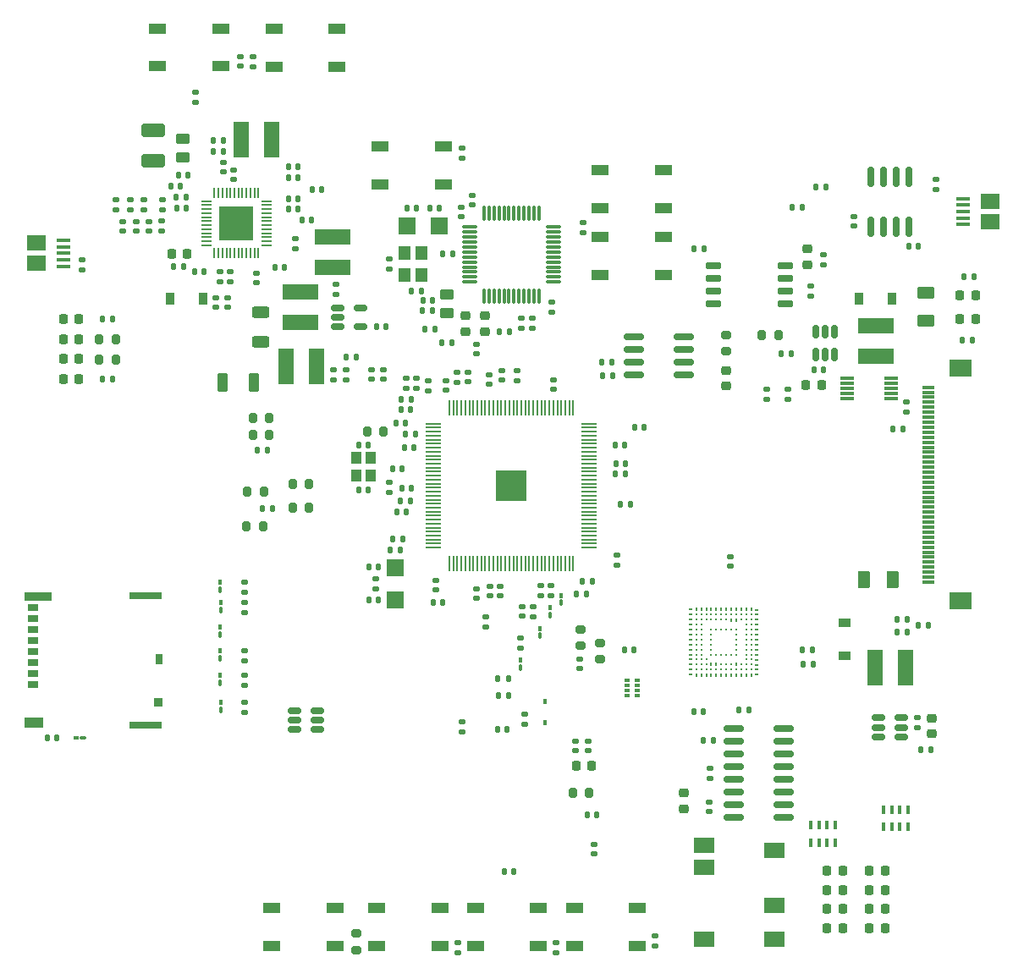
<source format=gtp>
G04 #@! TF.GenerationSoftware,KiCad,Pcbnew,(6.0.8)*
G04 #@! TF.CreationDate,2024-01-04T13:56:32-05:00*
G04 #@! TF.ProjectId,lb_mp1,6c625f6d-7031-42e6-9b69-6361645f7063,rev?*
G04 #@! TF.SameCoordinates,Original*
G04 #@! TF.FileFunction,Paste,Top*
G04 #@! TF.FilePolarity,Positive*
%FSLAX46Y46*%
G04 Gerber Fmt 4.6, Leading zero omitted, Abs format (unit mm)*
G04 Created by KiCad (PCBNEW (6.0.8)) date 2024-01-04 13:56:32*
%MOMM*%
%LPD*%
G01*
G04 APERTURE LIST*
G04 Aperture macros list*
%AMRoundRect*
0 Rectangle with rounded corners*
0 $1 Rounding radius*
0 $2 $3 $4 $5 $6 $7 $8 $9 X,Y pos of 4 corners*
0 Add a 4 corners polygon primitive as box body*
4,1,4,$2,$3,$4,$5,$6,$7,$8,$9,$2,$3,0*
0 Add four circle primitives for the rounded corners*
1,1,$1+$1,$2,$3*
1,1,$1+$1,$4,$5*
1,1,$1+$1,$6,$7*
1,1,$1+$1,$8,$9*
0 Add four rect primitives between the rounded corners*
20,1,$1+$1,$2,$3,$4,$5,0*
20,1,$1+$1,$4,$5,$6,$7,0*
20,1,$1+$1,$6,$7,$8,$9,0*
20,1,$1+$1,$8,$9,$2,$3,0*%
G04 Aperture macros list end*
%ADD10RoundRect,0.135000X-0.185000X0.135000X-0.185000X-0.135000X0.185000X-0.135000X0.185000X0.135000X0*%
%ADD11RoundRect,0.150000X-0.150000X0.825000X-0.150000X-0.825000X0.150000X-0.825000X0.150000X0.825000X0*%
%ADD12RoundRect,0.150000X0.825000X0.150000X-0.825000X0.150000X-0.825000X-0.150000X0.825000X-0.150000X0*%
%ADD13RoundRect,0.135000X0.185000X-0.135000X0.185000X0.135000X-0.185000X0.135000X-0.185000X-0.135000X0*%
%ADD14RoundRect,0.135000X0.135000X0.185000X-0.135000X0.185000X-0.135000X-0.185000X0.135000X-0.185000X0*%
%ADD15RoundRect,0.200000X-0.275000X0.200000X-0.275000X-0.200000X0.275000X-0.200000X0.275000X0.200000X0*%
%ADD16RoundRect,0.135000X-0.135000X-0.185000X0.135000X-0.185000X0.135000X0.185000X-0.135000X0.185000X0*%
%ADD17R,0.500000X0.320000*%
%ADD18RoundRect,0.140000X0.140000X0.170000X-0.140000X0.170000X-0.140000X-0.170000X0.140000X-0.170000X0*%
%ADD19R,1.700000X1.000000*%
%ADD20RoundRect,0.140000X0.170000X-0.140000X0.170000X0.140000X-0.170000X0.140000X-0.170000X-0.140000X0*%
%ADD21RoundRect,0.200000X0.275000X-0.200000X0.275000X0.200000X-0.275000X0.200000X-0.275000X-0.200000X0*%
%ADD22RoundRect,0.140000X-0.140000X-0.170000X0.140000X-0.170000X0.140000X0.170000X-0.140000X0.170000X0*%
%ADD23O,0.360000X0.150000*%
%ADD24O,0.150000X0.360000*%
%ADD25C,0.240000*%
%ADD26R,2.000000X1.500000*%
%ADD27RoundRect,0.250000X0.925000X-0.412500X0.925000X0.412500X-0.925000X0.412500X-0.925000X-0.412500X0*%
%ADD28RoundRect,0.218750X-0.218750X-0.256250X0.218750X-0.256250X0.218750X0.256250X-0.218750X0.256250X0*%
%ADD29RoundRect,0.200000X-0.200000X-0.275000X0.200000X-0.275000X0.200000X0.275000X-0.200000X0.275000X0*%
%ADD30RoundRect,0.100000X0.100000X-0.150000X0.100000X0.150000X-0.100000X0.150000X-0.100000X-0.150000X0*%
%ADD31RoundRect,0.100000X0.100000X-0.208500X0.100000X0.208500X-0.100000X0.208500X-0.100000X-0.208500X0*%
%ADD32RoundRect,0.140000X-0.170000X0.140000X-0.170000X-0.140000X0.170000X-0.140000X0.170000X0.140000X0*%
%ADD33R,1.300000X0.300000*%
%ADD34R,2.200000X1.800000*%
%ADD35R,1.400000X0.300000*%
%ADD36R,3.600000X1.500000*%
%ADD37RoundRect,0.218750X0.218750X0.256250X-0.218750X0.256250X-0.218750X-0.256250X0.218750X-0.256250X0*%
%ADD38R,1.350000X0.400000*%
%ADD39R,1.900000X1.500000*%
%ADD40R,1.750000X1.800000*%
%ADD41R,0.900000X1.200000*%
%ADD42R,1.100000X0.700000*%
%ADD43R,0.930000X0.900000*%
%ADD44R,0.780000X1.050000*%
%ADD45R,1.830000X1.140000*%
%ADD46R,2.800000X0.860000*%
%ADD47R,3.330000X0.700000*%
%ADD48R,1.000000X0.200000*%
%ADD49R,0.200000X1.000000*%
%ADD50RoundRect,0.250000X-0.625000X0.312500X-0.625000X-0.312500X0.625000X-0.312500X0.625000X0.312500X0*%
%ADD51R,1.500000X3.600000*%
%ADD52RoundRect,0.150000X0.512500X0.150000X-0.512500X0.150000X-0.512500X-0.150000X0.512500X-0.150000X0*%
%ADD53RoundRect,0.150000X-0.650000X-0.150000X0.650000X-0.150000X0.650000X0.150000X-0.650000X0.150000X0*%
%ADD54R,1.200000X1.400000*%
%ADD55RoundRect,0.200000X0.200000X0.275000X-0.200000X0.275000X-0.200000X-0.275000X0.200000X-0.275000X0*%
%ADD56RoundRect,0.225000X-0.250000X0.225000X-0.250000X-0.225000X0.250000X-0.225000X0.250000X0.225000X0*%
%ADD57RoundRect,0.100000X0.150000X0.100000X-0.150000X0.100000X-0.150000X-0.100000X0.150000X-0.100000X0*%
%ADD58RoundRect,0.100000X0.208500X0.100000X-0.208500X0.100000X-0.208500X-0.100000X0.208500X-0.100000X0*%
%ADD59RoundRect,0.075000X-0.662500X-0.075000X0.662500X-0.075000X0.662500X0.075000X-0.662500X0.075000X0*%
%ADD60RoundRect,0.075000X-0.075000X-0.662500X0.075000X-0.662500X0.075000X0.662500X-0.075000X0.662500X0*%
%ADD61RoundRect,0.225000X0.225000X0.250000X-0.225000X0.250000X-0.225000X-0.250000X0.225000X-0.250000X0*%
%ADD62RoundRect,0.225000X0.250000X-0.225000X0.250000X0.225000X-0.250000X0.225000X-0.250000X-0.225000X0*%
%ADD63RoundRect,0.250000X-0.275000X-0.700000X0.275000X-0.700000X0.275000X0.700000X-0.275000X0.700000X0*%
%ADD64RoundRect,0.218750X0.256250X-0.218750X0.256250X0.218750X-0.256250X0.218750X-0.256250X-0.218750X0*%
%ADD65RoundRect,0.150000X-0.150000X0.512500X-0.150000X-0.512500X0.150000X-0.512500X0.150000X0.512500X0*%
%ADD66RoundRect,0.250000X-0.450000X0.262500X-0.450000X-0.262500X0.450000X-0.262500X0.450000X0.262500X0*%
%ADD67RoundRect,0.150000X-0.512500X-0.150000X0.512500X-0.150000X0.512500X0.150000X-0.512500X0.150000X0*%
%ADD68R,0.450000X0.600000*%
%ADD69R,0.400000X0.900000*%
%ADD70R,1.800000X1.750000*%
%ADD71RoundRect,0.250000X0.375000X0.625000X-0.375000X0.625000X-0.375000X-0.625000X0.375000X-0.625000X0*%
%ADD72R,1.000000X1.150000*%
%ADD73R,1.200000X0.900000*%
%ADD74RoundRect,0.250000X0.625000X-0.375000X0.625000X0.375000X-0.625000X0.375000X-0.625000X-0.375000X0*%
%ADD75R,1.600000X0.247500*%
%ADD76R,0.247500X1.600000*%
G04 APERTURE END LIST*
G36*
X123640000Y-72090000D02*
G01*
X120240000Y-72090000D01*
X120240000Y-68690000D01*
X123640000Y-68690000D01*
X123640000Y-72090000D01*
G37*
G36*
X150940000Y-98160000D02*
G01*
X147940000Y-98160000D01*
X147940000Y-95160000D01*
X150940000Y-95160000D01*
X150940000Y-98160000D01*
G37*
D10*
X153950000Y-142400000D03*
X153950000Y-143420000D03*
D11*
X189185000Y-65765000D03*
X187915000Y-65765000D03*
X186645000Y-65765000D03*
X185375000Y-65765000D03*
X185375000Y-70715000D03*
X186645000Y-70715000D03*
X187915000Y-70715000D03*
X189185000Y-70715000D03*
D12*
X166655000Y-85575000D03*
X166655000Y-84305000D03*
X166655000Y-83035000D03*
X166655000Y-81765000D03*
X161705000Y-81765000D03*
X161705000Y-83035000D03*
X161705000Y-84305000D03*
X161705000Y-85575000D03*
D10*
X150800000Y-119490000D03*
X150800000Y-120510000D03*
D13*
X144510000Y-63900000D03*
X144510000Y-62880000D03*
D14*
X159530000Y-84310000D03*
X158510000Y-84310000D03*
D15*
X158300000Y-112375000D03*
X158300000Y-114025000D03*
D10*
X106500000Y-74090000D03*
X106500000Y-75110000D03*
D16*
X194510000Y-82100000D03*
X195530000Y-82100000D03*
D17*
X162020000Y-117630000D03*
X162020000Y-117130000D03*
X162020000Y-116630000D03*
X162020000Y-116130000D03*
X161020000Y-116130000D03*
X161020000Y-116630000D03*
X161020000Y-117130000D03*
X161020000Y-117630000D03*
D18*
X120600000Y-62110000D03*
X119640000Y-62110000D03*
D19*
X114060000Y-54700000D03*
X120360000Y-54700000D03*
X114060000Y-50900000D03*
X120360000Y-50900000D03*
D20*
X144020000Y-86310000D03*
X144020000Y-85350000D03*
D21*
X156340000Y-112685000D03*
X156340000Y-111035000D03*
D18*
X138510000Y-94950000D03*
X137550000Y-94950000D03*
D12*
X176655000Y-129835000D03*
X176655000Y-128565000D03*
X176655000Y-127295000D03*
X176655000Y-126025000D03*
X176655000Y-124755000D03*
X176655000Y-123485000D03*
X176655000Y-122215000D03*
X176655000Y-120945000D03*
X171705000Y-120945000D03*
X171705000Y-122215000D03*
X171705000Y-123485000D03*
X171705000Y-124755000D03*
X171705000Y-126025000D03*
X171705000Y-127295000D03*
X171705000Y-128565000D03*
X171705000Y-129835000D03*
D22*
X116130000Y-65590000D03*
X117090000Y-65590000D03*
D23*
X167380000Y-115560000D03*
X167380000Y-115060000D03*
X167380000Y-114560000D03*
X167380000Y-114060000D03*
X167380000Y-113560000D03*
X167380000Y-113060000D03*
X167380000Y-112560000D03*
X167380000Y-112060000D03*
X167380000Y-111560000D03*
X167380000Y-111060000D03*
X167380000Y-110560000D03*
X167380000Y-110060000D03*
X167380000Y-109560000D03*
X167380000Y-109060000D03*
D24*
X167940000Y-115620000D03*
D25*
X167940000Y-115060000D03*
X167940000Y-114560000D03*
X167940000Y-114060000D03*
X167940000Y-113560000D03*
X167940000Y-113060000D03*
X167940000Y-112560000D03*
X167940000Y-112060000D03*
X167940000Y-111560000D03*
X167940000Y-111060000D03*
X167940000Y-110560000D03*
X167940000Y-110060000D03*
X167940000Y-109560000D03*
D24*
X167940000Y-109000000D03*
X168440000Y-115620000D03*
D25*
X168440000Y-115060000D03*
X168440000Y-114560000D03*
X168440000Y-114060000D03*
X168440000Y-113560000D03*
X168440000Y-113060000D03*
X168440000Y-112560000D03*
X168440000Y-112060000D03*
X168440000Y-111560000D03*
X168440000Y-111060000D03*
X168440000Y-110560000D03*
X168440000Y-110060000D03*
X168440000Y-109560000D03*
D24*
X168440000Y-109000000D03*
X168940000Y-115620000D03*
D25*
X168940000Y-115060000D03*
X168940000Y-114560000D03*
X168940000Y-114060000D03*
X168940000Y-110060000D03*
X168940000Y-109560000D03*
D24*
X168940000Y-109000000D03*
X169440000Y-115620000D03*
D25*
X169440000Y-115060000D03*
D24*
X169440000Y-114500000D03*
D25*
X169440000Y-113560000D03*
X169440000Y-113060000D03*
X169440000Y-112560000D03*
X169440000Y-112060000D03*
X169440000Y-111560000D03*
X169440000Y-111060000D03*
X169440000Y-110060000D03*
X169440000Y-109560000D03*
D24*
X169440000Y-109000000D03*
X169940000Y-115620000D03*
D25*
X169940000Y-115060000D03*
D24*
X169940000Y-114500000D03*
D25*
X169940000Y-113560000D03*
X169940000Y-111060000D03*
X169940000Y-110060000D03*
X169940000Y-109560000D03*
D24*
X169940000Y-109000000D03*
X170440000Y-115620000D03*
D25*
X170440000Y-115060000D03*
X170440000Y-114560000D03*
X170440000Y-113560000D03*
X170440000Y-111060000D03*
X170440000Y-110060000D03*
X170440000Y-109560000D03*
D24*
X170440000Y-109000000D03*
X170940000Y-115620000D03*
D25*
X170940000Y-115060000D03*
X170940000Y-114560000D03*
X170940000Y-113560000D03*
X170940000Y-111060000D03*
X170940000Y-110060000D03*
X170940000Y-109560000D03*
D24*
X170940000Y-109000000D03*
X171440000Y-115620000D03*
D25*
X171440000Y-115060000D03*
X171440000Y-114560000D03*
X171440000Y-113560000D03*
X171440000Y-111060000D03*
D24*
X171440000Y-110120000D03*
D25*
X171440000Y-109560000D03*
D24*
X171440000Y-109000000D03*
X171940000Y-115620000D03*
D25*
X171940000Y-115060000D03*
D24*
X171940000Y-114500000D03*
D25*
X171940000Y-113560000D03*
X171940000Y-113060000D03*
X171940000Y-112560000D03*
X171940000Y-112060000D03*
X171940000Y-111560000D03*
X171940000Y-111060000D03*
D24*
X171940000Y-110120000D03*
D25*
X171940000Y-109560000D03*
D24*
X171940000Y-109000000D03*
X172440000Y-115620000D03*
D25*
X172440000Y-115060000D03*
X172440000Y-114560000D03*
X172440000Y-110060000D03*
X172440000Y-109560000D03*
D24*
X172440000Y-109000000D03*
X172940000Y-115620000D03*
D25*
X172940000Y-115060000D03*
X172940000Y-114560000D03*
X172940000Y-114060000D03*
X172940000Y-113560000D03*
X172940000Y-113060000D03*
X172940000Y-112560000D03*
X172940000Y-112060000D03*
X172940000Y-111560000D03*
X172940000Y-111060000D03*
X172940000Y-110560000D03*
X172940000Y-110060000D03*
X172940000Y-109560000D03*
D24*
X172940000Y-109000000D03*
X173440000Y-115620000D03*
D25*
X173440000Y-115060000D03*
X173440000Y-114560000D03*
X173440000Y-114060000D03*
X173440000Y-113560000D03*
X173440000Y-113060000D03*
X173440000Y-112560000D03*
X173440000Y-112060000D03*
X173440000Y-111560000D03*
X173440000Y-111060000D03*
X173440000Y-110560000D03*
X173440000Y-110060000D03*
X173440000Y-109560000D03*
D24*
X173440000Y-109000000D03*
D23*
X174000000Y-115570000D03*
X174000000Y-115070000D03*
X174000000Y-114570000D03*
X174000000Y-114070000D03*
X174000000Y-113570000D03*
X174000000Y-113070000D03*
X174000000Y-112570000D03*
X174000000Y-112070000D03*
X174000000Y-111570000D03*
X174000000Y-111070000D03*
X174000000Y-110570000D03*
X174000000Y-110070000D03*
X174000000Y-109570000D03*
X174000000Y-109070000D03*
D18*
X139820000Y-91460000D03*
X138860000Y-91460000D03*
D13*
X153390000Y-107660000D03*
X153390000Y-106640000D03*
D16*
X132950000Y-83830000D03*
X133970000Y-83830000D03*
D22*
X140590000Y-78150000D03*
X141550000Y-78150000D03*
D16*
X142550000Y-73460000D03*
X143570000Y-73460000D03*
D26*
X175730000Y-142015000D03*
X168730000Y-142015000D03*
X175730000Y-138615000D03*
X168730000Y-134815000D03*
X168730000Y-132615000D03*
X175730000Y-133115000D03*
D18*
X159560000Y-85640000D03*
X158600000Y-85640000D03*
X120600000Y-63240000D03*
X119640000Y-63240000D03*
D21*
X170950000Y-83225000D03*
X170950000Y-81575000D03*
D20*
X169250000Y-129260000D03*
X169250000Y-128300000D03*
D18*
X139330000Y-98190000D03*
X138370000Y-98190000D03*
D22*
X135940000Y-80760000D03*
X136900000Y-80760000D03*
D27*
X113600000Y-64137500D03*
X113600000Y-61062500D03*
D16*
X140760000Y-81000000D03*
X141780000Y-81000000D03*
D28*
X185252500Y-135193334D03*
X186827500Y-135193334D03*
D14*
X143520000Y-82370000D03*
X142500000Y-82370000D03*
D29*
X123045000Y-97230000D03*
X124695000Y-97230000D03*
D13*
X146860000Y-110800000D03*
X146860000Y-109780000D03*
D29*
X108225000Y-84010000D03*
X109875000Y-84010000D03*
D20*
X135470000Y-86030000D03*
X135470000Y-85070000D03*
X111900000Y-71180000D03*
X111900000Y-70220000D03*
D18*
X142580000Y-108330000D03*
X141620000Y-108330000D03*
D30*
X154440000Y-107640000D03*
D31*
X154440000Y-108388500D03*
D32*
X145940000Y-106990000D03*
X145940000Y-107950000D03*
D20*
X189000000Y-89270000D03*
X189000000Y-88310000D03*
X145960000Y-83460000D03*
X145960000Y-82500000D03*
D18*
X118720000Y-75260000D03*
X117760000Y-75260000D03*
D32*
X122340000Y-53730000D03*
X122340000Y-54690000D03*
D18*
X139720000Y-92860000D03*
X138760000Y-92860000D03*
D10*
X177150000Y-87040000D03*
X177150000Y-88060000D03*
D33*
X191140000Y-106310000D03*
X191140000Y-105810000D03*
X191140000Y-105310000D03*
X191140000Y-104810000D03*
X191140000Y-104310000D03*
X191140000Y-103810000D03*
X191140000Y-103310000D03*
X191140000Y-102810000D03*
X191140000Y-102310000D03*
X191140000Y-101810000D03*
X191140000Y-101310000D03*
X191140000Y-100810000D03*
X191140000Y-100310000D03*
X191140000Y-99810000D03*
X191140000Y-99310000D03*
X191140000Y-98810000D03*
X191140000Y-98310000D03*
X191140000Y-97810000D03*
X191140000Y-97310000D03*
X191140000Y-96810000D03*
X191140000Y-96310000D03*
X191140000Y-95810000D03*
X191140000Y-95310000D03*
X191140000Y-94810000D03*
X191140000Y-94310000D03*
X191140000Y-93810000D03*
X191140000Y-93310000D03*
X191140000Y-92810000D03*
X191140000Y-92310000D03*
X191140000Y-91810000D03*
X191140000Y-91310000D03*
X191140000Y-90810000D03*
X191140000Y-90310000D03*
X191140000Y-89810000D03*
X191140000Y-89310000D03*
X191140000Y-88810000D03*
X191140000Y-88310000D03*
X191140000Y-87810000D03*
X191140000Y-87310000D03*
X191140000Y-86810000D03*
D34*
X194390000Y-84910000D03*
X194390000Y-108210000D03*
D35*
X187400000Y-87900000D03*
X187400000Y-87400000D03*
X187400000Y-86900000D03*
X187400000Y-86400000D03*
X187400000Y-85900000D03*
X183000000Y-85900000D03*
X183000000Y-86400000D03*
X183000000Y-86900000D03*
X183000000Y-87400000D03*
X183000000Y-87900000D03*
D10*
X123640000Y-53700000D03*
X123640000Y-54720000D03*
D22*
X127130000Y-69000000D03*
X128090000Y-69000000D03*
D19*
X162060000Y-142750000D03*
X155760000Y-142750000D03*
X162060000Y-138950000D03*
X155760000Y-138950000D03*
D14*
X139400000Y-87990000D03*
X138380000Y-87990000D03*
D36*
X128320000Y-77245000D03*
X128320000Y-80295000D03*
D37*
X182597500Y-139020000D03*
X181022500Y-139020000D03*
D20*
X150040000Y-86140000D03*
X150040000Y-85180000D03*
X120640000Y-65240000D03*
X120640000Y-64280000D03*
D28*
X185252500Y-139020000D03*
X186827500Y-139020000D03*
D10*
X150440000Y-79870000D03*
X150440000Y-80890000D03*
D38*
X104662500Y-72100000D03*
X104662500Y-72750000D03*
X104662500Y-73400000D03*
X104662500Y-74050000D03*
X104662500Y-74700000D03*
D39*
X101962500Y-74400000D03*
X101962500Y-72400000D03*
D40*
X138995000Y-70690000D03*
X142245000Y-70690000D03*
D10*
X151520000Y-79880000D03*
X151520000Y-80900000D03*
D20*
X111290000Y-69040000D03*
X111290000Y-68080000D03*
D32*
X157700000Y-132520000D03*
X157700000Y-133480000D03*
D36*
X131550000Y-71795000D03*
X131550000Y-74845000D03*
D18*
X130500000Y-67000000D03*
X129540000Y-67000000D03*
D28*
X194322500Y-77580000D03*
X195897500Y-77580000D03*
D41*
X187490000Y-77960000D03*
X184190000Y-77960000D03*
D20*
X136650000Y-86020000D03*
X136650000Y-85060000D03*
D42*
X101625000Y-116520000D03*
X101625000Y-115420000D03*
X101625000Y-114320000D03*
X101625000Y-113220000D03*
X101625000Y-112120000D03*
X101625000Y-111020000D03*
X101625000Y-109920000D03*
X101625000Y-108820000D03*
D43*
X114090000Y-118310000D03*
D44*
X114165000Y-114045000D03*
D45*
X101640000Y-120400000D03*
D46*
X102125000Y-107740000D03*
D47*
X112890000Y-120620000D03*
X112890000Y-107660000D03*
D38*
X194647500Y-70530000D03*
X194647500Y-69880000D03*
X194647500Y-69230000D03*
X194647500Y-68580000D03*
X194647500Y-67930000D03*
D39*
X197347500Y-68230000D03*
X197347500Y-70230000D03*
D20*
X141900000Y-107080000D03*
X141900000Y-106120000D03*
D18*
X138570000Y-102000000D03*
X137610000Y-102000000D03*
D30*
X153310000Y-108850000D03*
D31*
X153310000Y-109598500D03*
D30*
X152340000Y-110940000D03*
D31*
X152340000Y-111688500D03*
D32*
X121080000Y-77870000D03*
X121080000Y-78830000D03*
D22*
X140560000Y-79130000D03*
X141520000Y-79130000D03*
D48*
X124940000Y-72590000D03*
X124940000Y-72190000D03*
X124940000Y-71790000D03*
X124940000Y-71390000D03*
X124940000Y-70990000D03*
X124940000Y-70590000D03*
X124940000Y-70190000D03*
X124940000Y-69790000D03*
X124940000Y-69390000D03*
X124940000Y-68990000D03*
X124940000Y-68590000D03*
X124940000Y-68190000D03*
D49*
X124140000Y-67390000D03*
X123740000Y-67390000D03*
X123340000Y-67390000D03*
X122940000Y-67390000D03*
X122540000Y-67390000D03*
X122140000Y-67390000D03*
X121740000Y-67390000D03*
X121340000Y-67390000D03*
X120940000Y-67390000D03*
X120540000Y-67390000D03*
X120140000Y-67390000D03*
X119740000Y-67390000D03*
D48*
X118940000Y-68190000D03*
X118940000Y-68590000D03*
X118940000Y-68990000D03*
X118940000Y-69390000D03*
X118940000Y-69790000D03*
X118940000Y-70190000D03*
X118940000Y-70590000D03*
X118940000Y-70990000D03*
X118940000Y-71390000D03*
X118940000Y-71790000D03*
X118940000Y-72190000D03*
X118940000Y-72590000D03*
D49*
X119740000Y-73390000D03*
X120140000Y-73390000D03*
X120540000Y-73390000D03*
X120940000Y-73390000D03*
X121340000Y-73390000D03*
X121740000Y-73390000D03*
X122140000Y-73390000D03*
X122540000Y-73390000D03*
X122940000Y-73390000D03*
X123340000Y-73390000D03*
X123740000Y-73390000D03*
X124140000Y-73390000D03*
D19*
X136320000Y-62680000D03*
X142620000Y-62680000D03*
X136320000Y-66480000D03*
X142620000Y-66480000D03*
D32*
X150520000Y-108770000D03*
X150520000Y-109730000D03*
D22*
X134190000Y-92570000D03*
X135150000Y-92570000D03*
D32*
X137230000Y-73990000D03*
X137230000Y-74950000D03*
X137200000Y-96350000D03*
X137200000Y-97310000D03*
D50*
X124330000Y-79307500D03*
X124330000Y-82232500D03*
D28*
X104612500Y-82000000D03*
X106187500Y-82000000D03*
D18*
X126720000Y-74860000D03*
X125760000Y-74860000D03*
D10*
X163820000Y-141720000D03*
X163820000Y-142740000D03*
X117840000Y-57250000D03*
X117840000Y-58270000D03*
D51*
X126885000Y-84760000D03*
X129935000Y-84760000D03*
D16*
X148130000Y-117700000D03*
X149150000Y-117700000D03*
D20*
X147240000Y-86540000D03*
X147240000Y-85580000D03*
D30*
X120340000Y-106340000D03*
D31*
X120340000Y-107088500D03*
D28*
X104612500Y-80000000D03*
X106187500Y-80000000D03*
D22*
X159840000Y-92580000D03*
X160800000Y-92580000D03*
D13*
X132890000Y-86070000D03*
X132890000Y-85050000D03*
D14*
X191140000Y-110610000D03*
X190120000Y-110610000D03*
D13*
X159990000Y-104620000D03*
X159990000Y-103600000D03*
X156590000Y-71320000D03*
X156590000Y-70300000D03*
D36*
X185940000Y-83710000D03*
X185940000Y-80660000D03*
D22*
X127130000Y-67980000D03*
X128090000Y-67980000D03*
D13*
X191920000Y-67050000D03*
X191920000Y-66030000D03*
D20*
X141140000Y-87150000D03*
X141140000Y-86190000D03*
D22*
X155960000Y-107460000D03*
X156920000Y-107460000D03*
D32*
X114490000Y-70190000D03*
X114490000Y-71150000D03*
X139940000Y-85950000D03*
X139940000Y-86910000D03*
D52*
X130037500Y-121050000D03*
X130037500Y-120100000D03*
X130037500Y-119150000D03*
X127762500Y-119150000D03*
X127762500Y-120100000D03*
X127762500Y-121050000D03*
D13*
X122720000Y-119390000D03*
X122720000Y-118370000D03*
D14*
X177450000Y-83485000D03*
X176430000Y-83485000D03*
D32*
X148330000Y-106720000D03*
X148330000Y-107680000D03*
D53*
X169680000Y-74645000D03*
X169680000Y-75915000D03*
X169680000Y-77185000D03*
X169680000Y-78455000D03*
X176880000Y-78455000D03*
X176880000Y-77185000D03*
X176880000Y-75915000D03*
X176880000Y-74645000D03*
D37*
X182597500Y-140910000D03*
X181022500Y-140910000D03*
D54*
X138730000Y-73390000D03*
X138730000Y-75590000D03*
X140430000Y-75590000D03*
X140430000Y-73390000D03*
D19*
X158350000Y-71800000D03*
X164650000Y-71800000D03*
X164650000Y-75600000D03*
X158350000Y-75600000D03*
X125500000Y-142700000D03*
X131800000Y-142700000D03*
X125500000Y-138900000D03*
X131800000Y-138900000D03*
D29*
X127575000Y-98900000D03*
X129225000Y-98900000D03*
D30*
X120335000Y-115635000D03*
D31*
X120335000Y-116383500D03*
D22*
X161760000Y-90860000D03*
X162720000Y-90860000D03*
D16*
X167730000Y-72980000D03*
X168750000Y-72980000D03*
D10*
X150360000Y-111930000D03*
X150360000Y-112950000D03*
D19*
X145870000Y-142740000D03*
X152170000Y-142740000D03*
X145870000Y-138940000D03*
X152170000Y-138940000D03*
D55*
X125225000Y-91600000D03*
X123575000Y-91600000D03*
D18*
X142240000Y-68880000D03*
X141280000Y-68880000D03*
D16*
X190440000Y-123060000D03*
X191460000Y-123060000D03*
D55*
X157225000Y-127400000D03*
X155575000Y-127400000D03*
D22*
X139000000Y-68860000D03*
X139960000Y-68860000D03*
D56*
X191500000Y-119925000D03*
X191500000Y-121475000D03*
D13*
X122740000Y-109370000D03*
X122740000Y-108350000D03*
D30*
X120355000Y-108365000D03*
D31*
X120355000Y-109113500D03*
D22*
X159860000Y-95460000D03*
X160820000Y-95460000D03*
D32*
X145570000Y-67630000D03*
X145570000Y-68590000D03*
D22*
X156550000Y-106220000D03*
X157510000Y-106220000D03*
D57*
X105865000Y-121885000D03*
D58*
X106613500Y-121885000D03*
D59*
X145297500Y-70780000D03*
X145297500Y-71280000D03*
X145297500Y-71780000D03*
X145297500Y-72280000D03*
X145297500Y-72780000D03*
X145297500Y-73280000D03*
X145297500Y-73780000D03*
X145297500Y-74280000D03*
X145297500Y-74780000D03*
X145297500Y-75280000D03*
X145297500Y-75780000D03*
X145297500Y-76280000D03*
D60*
X146710000Y-77692500D03*
X147210000Y-77692500D03*
X147710000Y-77692500D03*
X148210000Y-77692500D03*
X148710000Y-77692500D03*
X149210000Y-77692500D03*
X149710000Y-77692500D03*
X150210000Y-77692500D03*
X150710000Y-77692500D03*
X151210000Y-77692500D03*
X151710000Y-77692500D03*
X152210000Y-77692500D03*
D59*
X153622500Y-76280000D03*
X153622500Y-75780000D03*
X153622500Y-75280000D03*
X153622500Y-74780000D03*
X153622500Y-74280000D03*
X153622500Y-73780000D03*
X153622500Y-73280000D03*
X153622500Y-72780000D03*
X153622500Y-72280000D03*
X153622500Y-71780000D03*
X153622500Y-71280000D03*
X153622500Y-70780000D03*
D60*
X152210000Y-69367500D03*
X151710000Y-69367500D03*
X151210000Y-69367500D03*
X150710000Y-69367500D03*
X150210000Y-69367500D03*
X149710000Y-69367500D03*
X149210000Y-69367500D03*
X148710000Y-69367500D03*
X148210000Y-69367500D03*
X147710000Y-69367500D03*
X147210000Y-69367500D03*
X146710000Y-69367500D03*
D61*
X157475000Y-124700000D03*
X155925000Y-124700000D03*
D16*
X194700000Y-75750000D03*
X195720000Y-75750000D03*
D32*
X151630000Y-108790000D03*
X151630000Y-109750000D03*
D28*
X185252500Y-140903334D03*
X186827500Y-140903334D03*
D20*
X155900000Y-123180000D03*
X155900000Y-122220000D03*
D13*
X122740000Y-107370000D03*
X122740000Y-106350000D03*
D14*
X189040000Y-110010000D03*
X188020000Y-110010000D03*
D62*
X179042500Y-74525000D03*
X179042500Y-72975000D03*
X166720000Y-128975000D03*
X166720000Y-127425000D03*
D10*
X144070000Y-142380000D03*
X144070000Y-143400000D03*
D13*
X122730000Y-116650000D03*
X122730000Y-115630000D03*
D22*
X124560000Y-98940000D03*
X125520000Y-98940000D03*
D63*
X120525000Y-86300000D03*
X123675000Y-86300000D03*
D37*
X182597500Y-135190000D03*
X181022500Y-135190000D03*
D32*
X121640000Y-65080000D03*
X121640000Y-66040000D03*
D64*
X170950000Y-86697500D03*
X170950000Y-85122500D03*
D18*
X116320000Y-66660000D03*
X115360000Y-66660000D03*
D29*
X108225000Y-82000000D03*
X109875000Y-82000000D03*
D64*
X144830000Y-81257500D03*
X144830000Y-79682500D03*
D65*
X181790000Y-81247500D03*
X180840000Y-81247500D03*
X179890000Y-81247500D03*
X179890000Y-83522500D03*
X180840000Y-83522500D03*
X181790000Y-83522500D03*
D22*
X115960000Y-68860000D03*
X116920000Y-68860000D03*
X178590000Y-113070000D03*
X179550000Y-113070000D03*
D20*
X114540000Y-69040000D03*
X114540000Y-68080000D03*
D30*
X120330000Y-113180000D03*
D31*
X120330000Y-113928500D03*
D55*
X176165000Y-81585000D03*
X174515000Y-81585000D03*
D20*
X112720000Y-69040000D03*
X112720000Y-68080000D03*
D51*
X188855000Y-114880000D03*
X185805000Y-114880000D03*
D16*
X148200000Y-81260000D03*
X149220000Y-81260000D03*
D66*
X143020000Y-77537500D03*
X143020000Y-79362500D03*
D14*
X173200000Y-119140000D03*
X172180000Y-119140000D03*
D18*
X116620000Y-74760000D03*
X115660000Y-74760000D03*
D20*
X131680000Y-86060000D03*
X131680000Y-85100000D03*
D67*
X186182500Y-119900000D03*
X186182500Y-120850000D03*
X186182500Y-121800000D03*
X188457500Y-121800000D03*
X188457500Y-120850000D03*
X188457500Y-119900000D03*
D68*
X152800000Y-118250000D03*
X152800000Y-120350000D03*
D18*
X180680000Y-85100000D03*
X179720000Y-85100000D03*
D69*
X181820000Y-130650000D03*
X181020000Y-130650000D03*
X180220000Y-130650000D03*
X179420000Y-130650000D03*
X179420000Y-132350000D03*
X180220000Y-132350000D03*
X181020000Y-132350000D03*
X181820000Y-132350000D03*
D22*
X157020000Y-129600000D03*
X157980000Y-129600000D03*
D18*
X190140000Y-72660000D03*
X189180000Y-72660000D03*
D10*
X131890000Y-76500000D03*
X131890000Y-77520000D03*
D30*
X150345000Y-114115000D03*
D31*
X150345000Y-114863500D03*
D20*
X119880000Y-78830000D03*
X119880000Y-77870000D03*
D14*
X116950000Y-67760000D03*
X115930000Y-67760000D03*
D67*
X132102500Y-78850000D03*
X132102500Y-79800000D03*
X132102500Y-80750000D03*
X134377500Y-80750000D03*
X134377500Y-78850000D03*
D14*
X180900000Y-66760000D03*
X179880000Y-66760000D03*
D69*
X189100000Y-129080000D03*
X188300000Y-129080000D03*
X187500000Y-129080000D03*
X186700000Y-129080000D03*
X186700000Y-130780000D03*
X187500000Y-130780000D03*
X188300000Y-130780000D03*
X189100000Y-130780000D03*
D20*
X183690000Y-70680000D03*
X183690000Y-69720000D03*
D16*
X168650000Y-122150000D03*
X169670000Y-122150000D03*
D64*
X146790000Y-81257500D03*
X146790000Y-79682500D03*
D22*
X148050000Y-121030000D03*
X149010000Y-121030000D03*
D20*
X156300000Y-114980000D03*
X156300000Y-114020000D03*
D13*
X135840000Y-106970000D03*
X135840000Y-105950000D03*
D18*
X104000000Y-121900000D03*
X103040000Y-121900000D03*
D15*
X133890000Y-141475000D03*
X133890000Y-143125000D03*
D66*
X116540000Y-61947500D03*
X116540000Y-63772500D03*
D18*
X138930000Y-99270000D03*
X137970000Y-99270000D03*
X139470000Y-96900000D03*
X138510000Y-96900000D03*
D22*
X128510000Y-70070000D03*
X129470000Y-70070000D03*
D18*
X139390000Y-89030000D03*
X138430000Y-89030000D03*
D70*
X137840000Y-104835000D03*
X137840000Y-108085000D03*
D14*
X189040000Y-111310000D03*
X188020000Y-111310000D03*
D22*
X160360000Y-98560000D03*
X161320000Y-98560000D03*
X124050000Y-93120000D03*
X125010000Y-93120000D03*
D20*
X153640000Y-87040000D03*
X153640000Y-86080000D03*
D37*
X182597500Y-137120000D03*
X181022500Y-137120000D03*
D28*
X104612500Y-86000000D03*
X106187500Y-86000000D03*
D18*
X161710000Y-113050000D03*
X160750000Y-113050000D03*
D32*
X144500000Y-120320000D03*
X144500000Y-121280000D03*
D13*
X122740000Y-114190000D03*
X122740000Y-113170000D03*
D32*
X144400000Y-68790000D03*
X144400000Y-69750000D03*
D19*
X131990000Y-54710000D03*
X125690000Y-54710000D03*
X131990000Y-50910000D03*
X125690000Y-50910000D03*
D20*
X148480000Y-86100000D03*
X148480000Y-85140000D03*
D29*
X122925000Y-100750000D03*
X124575000Y-100750000D03*
D18*
X136120000Y-108060000D03*
X135160000Y-108060000D03*
D20*
X180702500Y-74540000D03*
X180702500Y-73580000D03*
D22*
X127160000Y-64760000D03*
X128120000Y-64760000D03*
D30*
X120350000Y-118360000D03*
D31*
X120350000Y-119108500D03*
D20*
X113200000Y-71180000D03*
X113200000Y-70220000D03*
D22*
X127160000Y-65860000D03*
X128120000Y-65860000D03*
D18*
X140420000Y-77220000D03*
X139460000Y-77220000D03*
D61*
X117015000Y-73460000D03*
X115465000Y-73460000D03*
D51*
X122415000Y-62060000D03*
X125465000Y-62060000D03*
D22*
X178650000Y-114560000D03*
X179610000Y-114560000D03*
D10*
X138900000Y-85870000D03*
X138900000Y-86890000D03*
D71*
X187570000Y-106100000D03*
X184770000Y-106100000D03*
D20*
X142900000Y-87100000D03*
X142900000Y-86140000D03*
D19*
X164650000Y-68900000D03*
X158350000Y-68900000D03*
X164650000Y-65100000D03*
X158350000Y-65100000D03*
D10*
X174960000Y-87010000D03*
X174960000Y-88030000D03*
D16*
X187610000Y-90950000D03*
X188630000Y-90950000D03*
D41*
X118610000Y-77950000D03*
X115310000Y-77950000D03*
D32*
X127840000Y-71980000D03*
X127840000Y-72940000D03*
D22*
X148750000Y-135260000D03*
X149710000Y-135260000D03*
D18*
X138830000Y-90430000D03*
X137870000Y-90430000D03*
D29*
X135015000Y-91260000D03*
X136665000Y-91260000D03*
D72*
X135370000Y-95645000D03*
X135370000Y-93895000D03*
X133970000Y-93895000D03*
X133970000Y-95645000D03*
D13*
X169350000Y-125980000D03*
X169350000Y-124960000D03*
D20*
X145110000Y-86260000D03*
X145110000Y-85300000D03*
X110600000Y-71180000D03*
X110600000Y-70220000D03*
D14*
X109560000Y-86000000D03*
X108540000Y-86000000D03*
D18*
X168640000Y-119260000D03*
X167680000Y-119260000D03*
D20*
X109850000Y-69030000D03*
X109850000Y-68070000D03*
D28*
X185252500Y-137136667D03*
X186827500Y-137136667D03*
D10*
X179360000Y-76680000D03*
X179360000Y-77700000D03*
D32*
X190040000Y-119880000D03*
X190040000Y-120840000D03*
X147300000Y-106730000D03*
X147300000Y-107690000D03*
X123940000Y-75380000D03*
X123940000Y-76340000D03*
D18*
X136120000Y-104760000D03*
X135160000Y-104760000D03*
D20*
X121330000Y-76240000D03*
X121330000Y-75280000D03*
D61*
X180475000Y-86600000D03*
X178925000Y-86600000D03*
D14*
X138350000Y-103060000D03*
X137330000Y-103060000D03*
D32*
X157100000Y-122220000D03*
X157100000Y-123180000D03*
D18*
X135150000Y-97070000D03*
X134190000Y-97070000D03*
D30*
X120340000Y-110840000D03*
D31*
X120340000Y-111588500D03*
D73*
X182810000Y-110420000D03*
X182810000Y-113720000D03*
D16*
X177540000Y-68790000D03*
X178560000Y-68790000D03*
D22*
X159890000Y-94440000D03*
X160850000Y-94440000D03*
D14*
X109560000Y-80000000D03*
X108540000Y-80000000D03*
D28*
X194332500Y-79950000D03*
X195907500Y-79950000D03*
X104612500Y-84000000D03*
X106187500Y-84000000D03*
D74*
X190940000Y-80185000D03*
X190940000Y-77385000D03*
D55*
X125225000Y-89890000D03*
X123575000Y-89890000D03*
D20*
X171340000Y-104700000D03*
X171340000Y-103740000D03*
D13*
X152370000Y-107700000D03*
X152370000Y-106680000D03*
D32*
X120300000Y-75280000D03*
X120300000Y-76240000D03*
D29*
X127575000Y-96500000D03*
X129225000Y-96500000D03*
D16*
X148110000Y-115960000D03*
X149130000Y-115960000D03*
D19*
X135980000Y-142700000D03*
X142280000Y-142700000D03*
X135980000Y-138900000D03*
X142280000Y-138900000D03*
D20*
X153480000Y-79280000D03*
X153480000Y-78320000D03*
D75*
X157240000Y-102860000D03*
X157240000Y-102460000D03*
X157240000Y-102060000D03*
X157240000Y-101660000D03*
X157240000Y-101260000D03*
X157240000Y-100860000D03*
X157240000Y-100460000D03*
X157240000Y-100060000D03*
X157240000Y-99660000D03*
X157240000Y-99260000D03*
X157240000Y-98860000D03*
X157240000Y-98460000D03*
X157240000Y-98060000D03*
X157240000Y-97660000D03*
X157240000Y-97260000D03*
X157240000Y-96860000D03*
X157240000Y-96460000D03*
X157240000Y-96060000D03*
X157240000Y-95660000D03*
X157240000Y-95260000D03*
X157240000Y-94860000D03*
X157240000Y-94460000D03*
X157240000Y-94060000D03*
X157240000Y-93660000D03*
X157240000Y-93260000D03*
X157240000Y-92860000D03*
X157240000Y-92460000D03*
X157240000Y-92060000D03*
X157240000Y-91660000D03*
X157240000Y-91260000D03*
X157240000Y-90860000D03*
X157240000Y-90460000D03*
D76*
X155640000Y-88860000D03*
X155240000Y-88860000D03*
X154840000Y-88860000D03*
X154440000Y-88860000D03*
X154040000Y-88860000D03*
X153640000Y-88860000D03*
X153240000Y-88860000D03*
X152840000Y-88860000D03*
X152440000Y-88860000D03*
X152040000Y-88860000D03*
X151640000Y-88860000D03*
X151240000Y-88860000D03*
X150840000Y-88860000D03*
X150440000Y-88860000D03*
X150040000Y-88860000D03*
X149640000Y-88860000D03*
X149240000Y-88860000D03*
X148840000Y-88860000D03*
X148440000Y-88860000D03*
X148040000Y-88860000D03*
X147640000Y-88860000D03*
X147240000Y-88860000D03*
X146840000Y-88860000D03*
X146440000Y-88860000D03*
X146040000Y-88860000D03*
X145640000Y-88860000D03*
X145240000Y-88860000D03*
X144840000Y-88860000D03*
X144440000Y-88860000D03*
X144040000Y-88860000D03*
X143640000Y-88860000D03*
X143240000Y-88860000D03*
D75*
X141640000Y-90460000D03*
X141640000Y-90860000D03*
X141640000Y-91260000D03*
X141640000Y-91660000D03*
X141640000Y-92060000D03*
X141640000Y-92460000D03*
X141640000Y-92860000D03*
X141640000Y-93260000D03*
X141640000Y-93660000D03*
X141640000Y-94060000D03*
X141640000Y-94460000D03*
X141640000Y-94860000D03*
X141640000Y-95260000D03*
X141640000Y-95660000D03*
X141640000Y-96060000D03*
X141640000Y-96460000D03*
X141640000Y-96860000D03*
X141640000Y-97260000D03*
X141640000Y-97660000D03*
X141640000Y-98060000D03*
X141640000Y-98460000D03*
X141640000Y-98860000D03*
X141640000Y-99260000D03*
X141640000Y-99660000D03*
X141640000Y-100060000D03*
X141640000Y-100460000D03*
X141640000Y-100860000D03*
X141640000Y-101260000D03*
X141640000Y-101660000D03*
X141640000Y-102060000D03*
X141640000Y-102460000D03*
X141640000Y-102860000D03*
D76*
X143240000Y-104460000D03*
X143640000Y-104460000D03*
X144040000Y-104460000D03*
X144440000Y-104460000D03*
X144840000Y-104460000D03*
X145240000Y-104460000D03*
X145640000Y-104460000D03*
X146040000Y-104460000D03*
X146440000Y-104460000D03*
X146840000Y-104460000D03*
X147240000Y-104460000D03*
X147640000Y-104460000D03*
X148040000Y-104460000D03*
X148440000Y-104460000D03*
X148840000Y-104460000D03*
X149240000Y-104460000D03*
X149640000Y-104460000D03*
X150040000Y-104460000D03*
X150440000Y-104460000D03*
X150840000Y-104460000D03*
X151240000Y-104460000D03*
X151640000Y-104460000D03*
X152040000Y-104460000D03*
X152440000Y-104460000D03*
X152840000Y-104460000D03*
X153240000Y-104460000D03*
X153640000Y-104460000D03*
X154040000Y-104460000D03*
X154440000Y-104460000D03*
X154840000Y-104460000D03*
X155240000Y-104460000D03*
X155640000Y-104460000D03*
M02*

</source>
